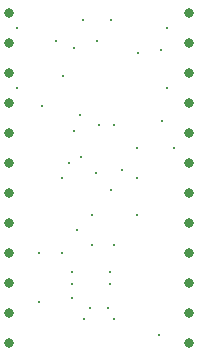
<source format=gbr>
%TF.GenerationSoftware,KiCad,Pcbnew,5.1.5-52549c5~84~ubuntu19.04.1*%
%TF.CreationDate,2020-03-05T17:47:33+00:00*%
%TF.ProjectId,ProMicro_GPS,50726f4d-6963-4726-9f5f-4750532e6b69,v2.1*%
%TF.SameCoordinates,Original*%
%TF.FileFunction,Plated,1,2,PTH,Drill*%
%TF.FilePolarity,Positive*%
%FSLAX46Y46*%
G04 Gerber Fmt 4.6, Leading zero omitted, Abs format (unit mm)*
G04 Created by KiCad (PCBNEW 5.1.5-52549c5~84~ubuntu19.04.1) date 2020-03-05 17:47:33*
%MOMM*%
%LPD*%
G04 APERTURE LIST*
%TA.AperFunction,ViaDrill*%
%ADD10C,0.200000*%
%TD*%
%TA.AperFunction,ViaDrill*%
%ADD11C,0.300000*%
%TD*%
%TA.AperFunction,ComponentDrill*%
%ADD12C,0.800000*%
%TD*%
G04 APERTURE END LIST*
D10*
X127126998Y-86233000D03*
X127635000Y-97790000D03*
X127739000Y-89177000D03*
X128270000Y-96520000D03*
X128524000Y-105791000D03*
X128524000Y-106807000D03*
X128524000Y-107950000D03*
X128651000Y-86804500D03*
X129159000Y-92456000D03*
X129540000Y-109728000D03*
X130048000Y-108839000D03*
X130175000Y-103505000D03*
X130619500Y-86229490D03*
X131572000Y-108839000D03*
X131699000Y-105791000D03*
X131699000Y-106807000D03*
X132080000Y-109728000D03*
X132715000Y-97155000D03*
X133985000Y-95250000D03*
X133985000Y-97790000D03*
X134112000Y-87249000D03*
X136525000Y-85090000D03*
X136525000Y-90170000D03*
D11*
X123825000Y-85090000D03*
X123825000Y-90170000D03*
X125730000Y-104140000D03*
X125730000Y-108331000D03*
X125984000Y-91694000D03*
X127635000Y-104140000D03*
X128650994Y-93853000D03*
X128905000Y-102235000D03*
X129286000Y-96012000D03*
X129413000Y-84455000D03*
X130175000Y-100965000D03*
X130556000Y-97409000D03*
X130810000Y-93345000D03*
X131826000Y-84455000D03*
X131826000Y-98806000D03*
X132080000Y-93345000D03*
X132080000Y-103505000D03*
X133985000Y-100965000D03*
X135890000Y-111125000D03*
X136017000Y-86995000D03*
X136144000Y-92964000D03*
X137160000Y-95250000D03*
D12*
%TO.C,A1*%
X123190000Y-83820000D03*
X123190000Y-86360000D03*
X123190000Y-88900000D03*
X123190000Y-91440000D03*
X123190000Y-93980000D03*
X123190000Y-96520000D03*
X123190000Y-99060000D03*
X123190000Y-101600000D03*
X123190000Y-104140000D03*
X123190000Y-106680000D03*
X123190000Y-109220000D03*
X123190000Y-111760000D03*
X138430000Y-83820000D03*
X138430000Y-86360000D03*
X138430000Y-88900000D03*
X138430000Y-91440000D03*
X138430000Y-93980000D03*
X138430000Y-96520000D03*
X138430000Y-99060000D03*
X138430000Y-101600000D03*
X138430000Y-104140000D03*
X138430000Y-106680000D03*
X138430000Y-109220000D03*
X138430000Y-111760000D03*
M02*

</source>
